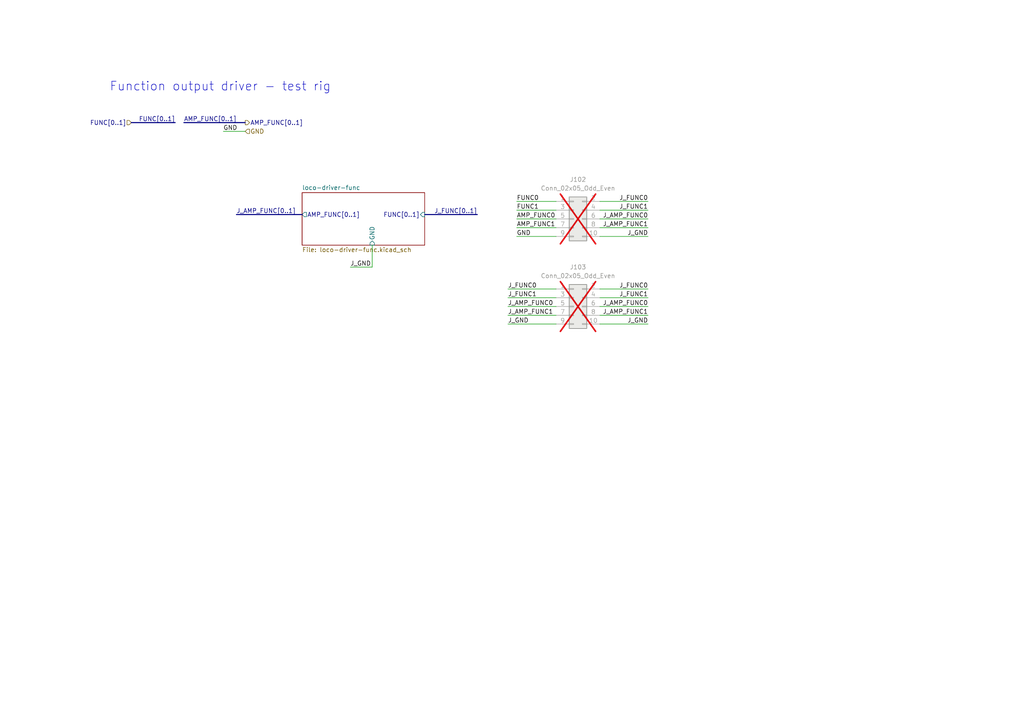
<source format=kicad_sch>
(kicad_sch (version 20231120) (generator "eeschema") (generator_version "8.0")
  (paper "A4")
  (title_block (title "xDuinoRail - LocDecoder - Development Kit") (date "2024-10-09") (rev "v0.2") (company "Chatelain Engineering, Bern - CH"))
  (lib_symbols
    (symbol "Connector_Generic:Conn_02x05_Odd_Even" (pin_names (offset 1.016) hide)
      (property "Reference" "J" (at 1.27 7.62 0))
      (property "Value" "Conn_02x05_Odd_Even" (at 1.27 -7.62 0))
      (symbol "Conn_02x05_Odd_Even_1_1"
        (rectangle (start -1.27 -4.953) (end 0 -5.207) (stroke (width 0.1524)))
        (rectangle (start -1.27 -2.413) (end 0 -2.667) (stroke (width 0.1524)))
        (rectangle (start -1.27 0.127) (end 0 -0.127) (stroke (width 0.1524)))
        (rectangle (start -1.27 2.667) (end 0 2.413) (stroke (width 0.1524)))
        (rectangle (start -1.27 5.207) (end 0 4.953) (stroke (width 0.1524)))
        (rectangle (start -1.27 6.35) (end 3.81 -6.35) (stroke (width 0.254)) (fill (type background)))
        (rectangle (start 3.81 -4.953) (end 2.54 -5.207) (stroke (width 0.1524)))
        (rectangle (start 3.81 -2.413) (end 2.54 -2.667) (stroke (width 0.1524)))
        (rectangle (start 3.81 0.127) (end 2.54 -0.127) (stroke (width 0.1524)))
        (rectangle (start 3.81 2.667) (end 2.54 2.413) (stroke (width 0.1524)))
        (rectangle (start 3.81 5.207) (end 2.54 4.953) (stroke (width 0.1524)))
        (pin passive line (at -5.08 5.08 0) (length 3.81) (name "Pin_1") (number "1"))
        (pin passive line (at 7.62 -5.08 180) (length 3.81) (name "Pin_10") (number "10"))
        (pin passive line (at 7.62 5.08 180) (length 3.81) (name "Pin_2") (number "2"))
        (pin passive line (at -5.08 2.54 0) (length 3.81) (name "Pin_3") (number "3"))
        (pin passive line (at 7.62 2.54 180) (length 3.81) (name "Pin_4") (number "4"))
        (pin passive line (at -5.08 0 0) (length 3.81) (name "Pin_5") (number "5"))
        (pin passive line (at 7.62 0 180) (length 3.81) (name "Pin_6") (number "6"))
        (pin passive line (at -5.08 -2.54 0) (length 3.81) (name "Pin_7") (number "7"))
        (pin passive line (at 7.62 -2.54 180) (length 3.81) (name "Pin_8") (number "8"))
        (pin passive line (at -5.08 -5.08 0) (length 3.81) (name "Pin_9") (number "9"))
      )
    )
  )
  (bus (pts (xy 123.19 62.23) (xy 138.43 62.23)))
  (wire (pts (xy 173.99 68.58) (xy 187.96 68.58)))
  (wire (pts (xy 161.29 86.36) (xy 147.32 86.36)))
  (bus (pts (xy 38.1 35.56) (xy 50.8 35.56)))
  (wire (pts (xy 173.99 86.36) (xy 187.96 86.36)))
  (wire (pts (xy 173.99 88.9) (xy 187.96 88.9)))
  (wire (pts (xy 107.95 71.12) (xy 107.95 77.47)))
  (wire (pts (xy 149.86 66.04) (xy 161.29 66.04)))
  (wire (pts (xy 161.29 91.44) (xy 147.32 91.44)))
  (wire (pts (xy 161.29 83.82) (xy 147.32 83.82)))
  (wire (pts (xy 161.29 88.9) (xy 147.32 88.9)))
  (wire (pts (xy 64.77 38.1) (xy 71.12 38.1)))
  (wire (pts (xy 173.99 93.98) (xy 187.96 93.98)))
  (wire (pts (xy 173.99 83.82) (xy 187.96 83.82)))
  (wire (pts (xy 149.86 58.42) (xy 161.29 58.42)))
  (wire (pts (xy 149.86 68.58) (xy 161.29 68.58)))
  (wire (pts (xy 149.86 60.96) (xy 161.29 60.96)))
  (wire (pts (xy 173.99 91.44) (xy 187.96 91.44)))
  (wire (pts (xy 173.99 60.96) (xy 187.96 60.96)))
  (wire (pts (xy 101.6 77.47) (xy 107.95 77.47)))
  (wire (pts (xy 161.29 93.98) (xy 147.32 93.98)))
  (wire (pts (xy 173.99 58.42) (xy 187.96 58.42)))
  (wire (pts (xy 173.99 66.04) (xy 187.96 66.04)))
  (bus (pts (xy 68.58 62.23) (xy 87.63 62.23)))
  (bus (pts (xy 53.34 35.56) (xy 71.12 35.56)))
  (wire (pts (xy 149.86 63.5) (xy 161.29 63.5)))
  (wire (pts (xy 173.99 63.5) (xy 187.96 63.5)))
  (text "Function output driver - test rig" (at 31.75 26.67 0) (effects (font (size 2.54 2.54)) (justify left bottom)))
  (label "J_FUNC1" (at 187.96 86.36 180))
  (label "FUNC[0..1]" (at 50.8 35.56 180))
  (label "J_FUNC0" (at 187.96 58.42 180))
  (label "J_AMP_FUNC0" (at 147.32 88.9 0))
  (label "J_AMP_FUNC[0..1]" (at 68.58 62.23 0))
  (label "J_AMP_FUNC1" (at 187.96 91.44 180))
  (label "J_GND" (at 187.96 68.58 180))
  (label "J_AMP_FUNC0" (at 187.96 63.5 180))
  (label "AMP_FUNC[0..1]" (at 53.34 35.56 0))
  (label "AMP_FUNC0" (at 149.86 63.5 0))
  (label "J_AMP_FUNC0" (at 187.96 88.9 180))
  (label "FUNC1" (at 149.86 60.96 0))
  (label "J_FUNC1" (at 187.96 60.96 180))
  (label "J_FUNC0" (at 187.96 83.82 180))
  (label "J_GND" (at 147.32 93.98 0))
  (label "J_FUNC[0..1]" (at 138.43 62.23 180))
  (label "J_FUNC1" (at 147.32 86.36 0))
  (label "J_GND" (at 187.96 93.98 180))
  (label "J_AMP_FUNC1" (at 187.96 66.04 180))
  (label "GND" (at 64.77 38.1 0))
  (label "AMP_FUNC1" (at 149.86 66.04 0))
  (label "J_AMP_FUNC1" (at 147.32 91.44 0))
  (label "GND" (at 149.86 68.58 0))
  (label "J_FUNC0" (at 147.32 83.82 0))
  (label "FUNC0" (at 149.86 58.42 0))
  (label "J_GND" (at 101.6 77.47 0))
  (hierarchical_label "AMP_FUNC[0..1]" (shape output) (at 71.12 35.56 0))
  (hierarchical_label "GND" (shape input) (at 71.12 38.1 0))
  (hierarchical_label "FUNC[0..1]" (shape input) (at 38.1 35.56 180))
  (symbol (lib_id "Connector_Generic:Conn_02x05_Odd_Even") (at 166.37 63.5 0) (unit 1) (exclude_from_sim yes) (in_bom no) (dnp yes)
    (property "Reference" "J102" (at 167.64 52.07 0))
    (property "Value" "Conn_02x05_Odd_Even" (at 167.64 54.61 0))
    (property "Footprint" "Connector_PinSocket_2.54mm:PinSocket_2x05_P2.54mm_Vertical" (effects (hide yes)))
    (property "Description" "Generic connector, double row, 02x05, odd/even pin numbering scheme (row 1 odd numbers, row 2 even numbers), script generated (kicad-library-utils/schlib/autogen/connector/)" (effects (hide yes)))
  )
  (symbol (lib_id "Connector_Generic:Conn_02x05_Odd_Even") (at 166.37 88.9 0) (unit 1) (exclude_from_sim yes) (in_bom no) (dnp yes)
    (property "Reference" "J103" (at 167.64 77.47 0))
    (property "Value" "Conn_02x05_Odd_Even" (at 167.64 80.01 0))
    (property "Footprint" "Connector_PinSocket_2.54mm:PinSocket_2x05_P2.54mm_Vertical" (effects (hide yes)))
    (property "Description" "Generic connector, double row, 02x05, odd/even pin numbering scheme (row 1 odd numbers, row 2 even numbers), script generated (kicad-library-utils/schlib/autogen/connector/)" (effects (hide yes)))
  )
  (sheet (at 87.63 55.88) (size 35.56 15.24) (stroke (width 0.1524))
    (property "Sheetname" "loco-driver-func" (at 87.63 55.1684 0) (effects (justify left bottom)))
    (property "Sheetfile" "loco-driver-func.kicad_sch" (at 87.63 71.7046 0) (effects (justify left top)))
    (pin "AMP_FUNC[0..1]" output (at 87.63 62.23 180))
    (pin "FUNC[0..1]" input (at 123.19 62.23 0))
    (pin "GND" input (at 107.95 71.12 270))
  )
)
</source>
